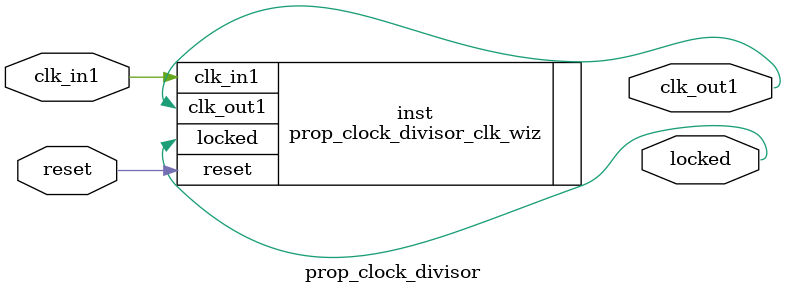
<source format=v>


`timescale 1ps/1ps

(* CORE_GENERATION_INFO = "prop_clock_divisor,clk_wiz_v6_0_3_0_0,{component_name=prop_clock_divisor,use_phase_alignment=true,use_min_o_jitter=false,use_max_i_jitter=false,use_dyn_phase_shift=false,use_inclk_switchover=false,use_dyn_reconfig=false,enable_axi=0,feedback_source=FDBK_AUTO,PRIMITIVE=MMCM,num_out_clk=1,clkin1_period=10.000,clkin2_period=10.000,use_power_down=false,use_reset=true,use_locked=true,use_inclk_stopped=false,feedback_type=SINGLE,CLOCK_MGR_TYPE=NA,manual_override=false}" *)

module prop_clock_divisor 
 (
  // Clock out ports
  output        clk_out1,
  // Status and control signals
  input         reset,
  output        locked,
 // Clock in ports
  input         clk_in1
 );

  prop_clock_divisor_clk_wiz inst
  (
  // Clock out ports  
  .clk_out1(clk_out1),
  // Status and control signals               
  .reset(reset), 
  .locked(locked),
 // Clock in ports
  .clk_in1(clk_in1)
  );

endmodule

</source>
